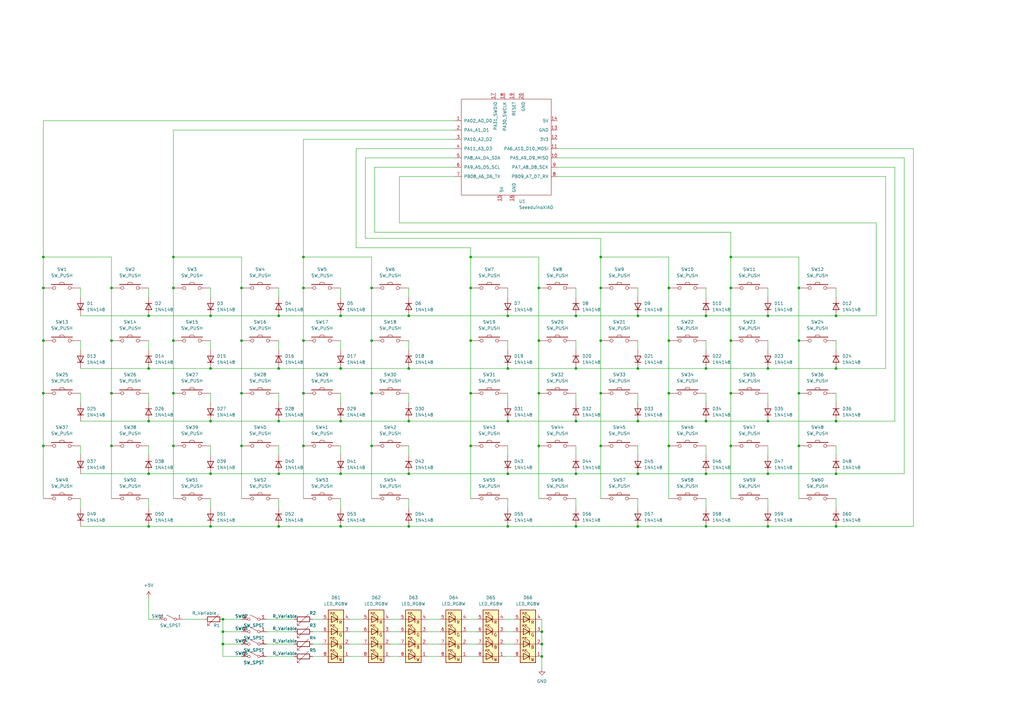
<source format=kicad_sch>
(kicad_sch (version 20211123) (generator eeschema)
  (paper "A3")
  (junction (at 60.96 172.72))
  (junction (at 222.25 269.24))
  (junction (at 208.28 172.72))
  (junction (at 208.28 215.9))
  (junction (at 208.28 129.54))
  (junction (at 99.06 118.11))
  (junction (at 246.38 182.88))
  (junction (at 86.36 194.31))
  (junction (at 220.98 139.7))
  (junction (at 246.38 105.41))
  (junction (at 342.9 172.72))
  (junction (at 342.9 194.31))
  (junction (at 261.62 215.9))
  (junction (at 208.28 151.13))
  (junction (at 327.66 118.11))
  (junction (at 236.22 194.31))
  (junction (at 289.56 194.31))
  (junction (at 152.4 118.11))
  (junction (at 139.7 215.9))
  (junction (at 152.4 139.7))
  (junction (at 124.46 105.41))
  (junction (at 236.22 215.9))
  (junction (at 314.96 194.31))
  (junction (at 289.56 151.13))
  (junction (at 139.7 151.13))
  (junction (at 91.44 254))
  (junction (at 114.3 172.72))
  (junction (at 71.12 182.88))
  (junction (at 114.3 129.54))
  (junction (at 342.9 129.54))
  (junction (at 17.78 105.41))
  (junction (at 222.25 264.16))
  (junction (at 236.22 129.54))
  (junction (at 99.06 139.7))
  (junction (at 91.44 264.16))
  (junction (at 124.46 161.29))
  (junction (at 193.04 105.41))
  (junction (at 86.36 215.9))
  (junction (at 114.3 194.31))
  (junction (at 299.72 139.7))
  (junction (at 99.06 161.29))
  (junction (at 60.96 194.31))
  (junction (at 45.72 161.29))
  (junction (at 299.72 182.88))
  (junction (at 236.22 172.72))
  (junction (at 314.96 129.54))
  (junction (at 60.96 215.9))
  (junction (at 139.7 172.72))
  (junction (at 139.7 194.31))
  (junction (at 17.78 182.88))
  (junction (at 261.62 151.13))
  (junction (at 289.56 215.9))
  (junction (at 193.04 161.29))
  (junction (at 314.96 172.72))
  (junction (at 152.4 182.88))
  (junction (at 299.72 161.29))
  (junction (at 71.12 105.41))
  (junction (at 299.72 105.41))
  (junction (at 167.64 215.9))
  (junction (at 17.78 139.7))
  (junction (at 193.04 139.7))
  (junction (at 274.32 182.88))
  (junction (at 114.3 215.9))
  (junction (at 167.64 194.31))
  (junction (at 236.22 151.13))
  (junction (at 342.9 151.13))
  (junction (at 220.98 161.29))
  (junction (at 71.12 139.7))
  (junction (at 327.66 161.29))
  (junction (at 86.36 151.13))
  (junction (at 208.28 194.31))
  (junction (at 124.46 118.11))
  (junction (at 261.62 172.72))
  (junction (at 222.25 259.08))
  (junction (at 91.44 259.08))
  (junction (at 246.38 118.11))
  (junction (at 327.66 182.88))
  (junction (at 261.62 194.31))
  (junction (at 220.98 118.11))
  (junction (at 193.04 118.11))
  (junction (at 45.72 139.7))
  (junction (at 114.3 151.13))
  (junction (at 261.62 129.54))
  (junction (at 45.72 182.88))
  (junction (at 289.56 129.54))
  (junction (at 274.32 161.29))
  (junction (at 167.64 172.72))
  (junction (at 314.96 215.9))
  (junction (at 246.38 161.29))
  (junction (at 71.12 118.11))
  (junction (at 99.06 182.88))
  (junction (at 71.12 161.29))
  (junction (at 139.7 129.54))
  (junction (at 220.98 182.88))
  (junction (at 17.78 118.11))
  (junction (at 86.36 172.72))
  (junction (at 152.4 161.29))
  (junction (at 60.96 151.13))
  (junction (at 274.32 118.11))
  (junction (at 327.66 139.7))
  (junction (at 299.72 118.11))
  (junction (at 86.36 129.54))
  (junction (at 289.56 172.72))
  (junction (at 167.64 129.54))
  (junction (at 124.46 182.88))
  (junction (at 314.96 151.13))
  (junction (at 167.64 151.13))
  (junction (at 193.04 182.88))
  (junction (at 124.46 139.7))
  (junction (at 274.32 139.7))
  (junction (at 246.38 139.7))
  (junction (at 17.78 161.29))
  (junction (at 342.9 215.9))
  (junction (at 45.72 118.11))
  (junction (at 60.96 129.54))
  (wire (pts (xy 342.9 194.31) (xy 370.84 194.31)))
  (wire (pts (xy 289.56 129.54) (xy 314.96 129.54)))
  (wire (pts (xy 314.96 172.72) (xy 342.9 172.72)))
  (wire (pts (xy 342.9 161.29) (xy 342.9 165.1)))
  (wire (pts (xy 175.26 269.24) (xy 180.34 269.24)))
  (wire (pts (xy 99.06 118.11) (xy 99.06 105.41)))
  (wire (pts (xy 167.64 129.54) (xy 208.28 129.54)))
  (wire (pts (xy 261.62 194.31) (xy 289.56 194.31)))
  (wire (pts (xy 139.7 161.29) (xy 139.7 165.1)))
  (wire (pts (xy 149.86 97.79) (xy 246.38 97.79)))
  (wire (pts (xy 60.96 182.88) (xy 60.96 186.69)))
  (wire (pts (xy 261.62 161.29) (xy 261.62 165.1)))
  (wire (pts (xy 33.02 172.72) (xy 60.96 172.72)))
  (wire (pts (xy 114.3 215.9) (xy 139.7 215.9)))
  (wire (pts (xy 99.06 161.29) (xy 99.06 182.88)))
  (wire (pts (xy 120.65 269.24) (xy 109.22 269.24)))
  (wire (pts (xy 246.38 118.11) (xy 246.38 139.7)))
  (wire (pts (xy 236.22 204.47) (xy 236.22 208.28)))
  (wire (pts (xy 327.66 105.41) (xy 299.72 105.41)))
  (wire (pts (xy 314.96 118.11) (xy 314.96 121.92)))
  (wire (pts (xy 193.04 105.41) (xy 193.04 118.11)))
  (wire (pts (xy 220.98 139.7) (xy 220.98 161.29)))
  (wire (pts (xy 86.36 182.88) (xy 86.36 186.69)))
  (wire (pts (xy 193.04 118.11) (xy 193.04 139.7)))
  (wire (pts (xy 146.05 60.96) (xy 186.69 60.96)))
  (wire (pts (xy 143.51 259.08) (xy 148.59 259.08)))
  (wire (pts (xy 120.65 264.16) (xy 109.22 264.16)))
  (wire (pts (xy 153.67 95.25) (xy 153.67 68.58)))
  (wire (pts (xy 124.46 139.7) (xy 124.46 161.29)))
  (wire (pts (xy 246.38 105.41) (xy 246.38 118.11)))
  (wire (pts (xy 114.3 129.54) (xy 139.7 129.54)))
  (wire (pts (xy 71.12 118.11) (xy 71.12 139.7)))
  (wire (pts (xy 152.4 118.11) (xy 152.4 105.41)))
  (wire (pts (xy 236.22 118.11) (xy 236.22 121.92)))
  (wire (pts (xy 99.06 182.88) (xy 99.06 204.47)))
  (wire (pts (xy 314.96 182.88) (xy 314.96 186.69)))
  (wire (pts (xy 99.06 259.08) (xy 91.44 259.08)))
  (wire (pts (xy 370.84 64.77) (xy 370.84 194.31)))
  (wire (pts (xy 327.66 118.11) (xy 327.66 105.41)))
  (wire (pts (xy 246.38 182.88) (xy 246.38 204.47)))
  (wire (pts (xy 86.36 139.7) (xy 86.36 143.51)))
  (wire (pts (xy 114.3 151.13) (xy 139.7 151.13)))
  (wire (pts (xy 33.02 118.11) (xy 33.02 121.92)))
  (wire (pts (xy 152.4 182.88) (xy 152.4 204.47)))
  (wire (pts (xy 152.4 118.11) (xy 152.4 139.7)))
  (wire (pts (xy 374.65 60.96) (xy 374.65 215.9)))
  (wire (pts (xy 160.02 259.08) (xy 163.83 259.08)))
  (wire (pts (xy 208.28 204.47) (xy 208.28 208.28)))
  (wire (pts (xy 314.96 151.13) (xy 342.9 151.13)))
  (wire (pts (xy 160.02 269.24) (xy 163.83 269.24)))
  (wire (pts (xy 86.36 194.31) (xy 114.3 194.31)))
  (wire (pts (xy 314.96 204.47) (xy 314.96 208.28)))
  (wire (pts (xy 193.04 182.88) (xy 193.04 204.47)))
  (wire (pts (xy 314.96 129.54) (xy 342.9 129.54)))
  (wire (pts (xy 99.06 264.16) (xy 91.44 264.16)))
  (wire (pts (xy 71.12 182.88) (xy 71.12 204.47)))
  (wire (pts (xy 220.98 118.11) (xy 220.98 139.7)))
  (wire (pts (xy 124.46 105.41) (xy 124.46 118.11)))
  (wire (pts (xy 124.46 161.29) (xy 124.46 182.88)))
  (wire (pts (xy 45.72 118.11) (xy 45.72 139.7)))
  (wire (pts (xy 124.46 105.41) (xy 124.46 57.15)))
  (wire (pts (xy 299.72 118.11) (xy 299.72 139.7)))
  (wire (pts (xy 71.12 105.41) (xy 71.12 118.11)))
  (wire (pts (xy 208.28 182.88) (xy 208.28 186.69)))
  (wire (pts (xy 139.7 182.88) (xy 139.7 186.69)))
  (wire (pts (xy 33.02 182.88) (xy 33.02 186.69)))
  (wire (pts (xy 86.36 215.9) (xy 114.3 215.9)))
  (wire (pts (xy 342.9 182.88) (xy 342.9 186.69)))
  (wire (pts (xy 374.65 215.9) (xy 342.9 215.9)))
  (wire (pts (xy 314.96 161.29) (xy 314.96 165.1)))
  (wire (pts (xy 114.3 172.72) (xy 139.7 172.72)))
  (wire (pts (xy 342.9 204.47) (xy 342.9 208.28)))
  (wire (pts (xy 60.96 118.11) (xy 60.96 121.92)))
  (wire (pts (xy 314.96 194.31) (xy 342.9 194.31)))
  (wire (pts (xy 236.22 139.7) (xy 236.22 143.51)))
  (wire (pts (xy 342.9 139.7) (xy 342.9 143.51)))
  (wire (pts (xy 327.66 182.88) (xy 327.66 204.47)))
  (wire (pts (xy 60.96 139.7) (xy 60.96 143.51)))
  (wire (pts (xy 246.38 97.79) (xy 246.38 105.41)))
  (wire (pts (xy 289.56 215.9) (xy 314.96 215.9)))
  (wire (pts (xy 60.96 151.13) (xy 86.36 151.13)))
  (wire (pts (xy 167.64 215.9) (xy 208.28 215.9)))
  (wire (pts (xy 236.22 172.72) (xy 261.62 172.72)))
  (wire (pts (xy 86.36 204.47) (xy 86.36 208.28)))
  (wire (pts (xy 207.01 259.08) (xy 210.82 259.08)))
  (wire (pts (xy 124.46 182.88) (xy 124.46 204.47)))
  (wire (pts (xy 314.96 139.7) (xy 314.96 143.51)))
  (wire (pts (xy 83.82 254) (xy 74.93 254)))
  (wire (pts (xy 17.78 161.29) (xy 17.78 182.88)))
  (wire (pts (xy 274.32 139.7) (xy 274.32 161.29)))
  (wire (pts (xy 114.3 204.47) (xy 114.3 208.28)))
  (wire (pts (xy 33.02 215.9) (xy 60.96 215.9)))
  (wire (pts (xy 152.4 139.7) (xy 152.4 161.29)))
  (wire (pts (xy 191.77 269.24) (xy 195.58 269.24)))
  (wire (pts (xy 33.02 129.54) (xy 60.96 129.54)))
  (wire (pts (xy 153.67 68.58) (xy 186.69 68.58)))
  (wire (pts (xy 193.04 161.29) (xy 193.04 182.88)))
  (wire (pts (xy 163.83 72.39) (xy 163.83 91.44)))
  (wire (pts (xy 33.02 204.47) (xy 33.02 208.28)))
  (wire (pts (xy 17.78 139.7) (xy 17.78 161.29)))
  (wire (pts (xy 71.12 53.34) (xy 186.69 53.34)))
  (wire (pts (xy 289.56 161.29) (xy 289.56 165.1)))
  (wire (pts (xy 132.08 269.24) (xy 128.27 269.24)))
  (wire (pts (xy 175.26 264.16) (xy 180.34 264.16)))
  (wire (pts (xy 167.64 182.88) (xy 167.64 186.69)))
  (wire (pts (xy 191.77 254) (xy 195.58 254)))
  (wire (pts (xy 71.12 105.41) (xy 71.12 53.34)))
  (wire (pts (xy 60.96 204.47) (xy 60.96 208.28)))
  (wire (pts (xy 99.06 254) (xy 91.44 254)))
  (wire (pts (xy 114.3 139.7) (xy 114.3 143.51)))
  (wire (pts (xy 367.03 172.72) (xy 342.9 172.72)))
  (wire (pts (xy 207.01 269.24) (xy 210.82 269.24)))
  (wire (pts (xy 186.69 64.77) (xy 149.86 64.77)))
  (wire (pts (xy 17.78 182.88) (xy 17.78 204.47)))
  (wire (pts (xy 99.06 105.41) (xy 71.12 105.41)))
  (wire (pts (xy 191.77 264.16) (xy 195.58 264.16)))
  (wire (pts (xy 359.41 91.44) (xy 359.41 129.54)))
  (wire (pts (xy 228.6 72.39) (xy 363.22 72.39)))
  (wire (pts (xy 167.64 139.7) (xy 167.64 143.51)))
  (wire (pts (xy 208.28 194.31) (xy 236.22 194.31)))
  (wire (pts (xy 236.22 129.54) (xy 261.62 129.54)))
  (wire (pts (xy 191.77 259.08) (xy 195.58 259.08)))
  (wire (pts (xy 139.7 129.54) (xy 167.64 129.54)))
  (wire (pts (xy 289.56 204.47) (xy 289.56 208.28)))
  (wire (pts (xy 91.44 269.24) (xy 91.44 264.16)))
  (wire (pts (xy 17.78 49.53) (xy 17.78 105.41)))
  (wire (pts (xy 64.77 254) (xy 60.96 254)))
  (wire (pts (xy 114.3 182.88) (xy 114.3 186.69)))
  (wire (pts (xy 45.72 118.11) (xy 45.72 105.41)))
  (wire (pts (xy 45.72 161.29) (xy 45.72 182.88)))
  (wire (pts (xy 246.38 139.7) (xy 246.38 161.29)))
  (wire (pts (xy 193.04 139.7) (xy 193.04 161.29)))
  (wire (pts (xy 220.98 161.29) (xy 220.98 182.88)))
  (wire (pts (xy 236.22 215.9) (xy 261.62 215.9)))
  (wire (pts (xy 208.28 139.7) (xy 208.28 143.51)))
  (wire (pts (xy 208.28 215.9) (xy 236.22 215.9)))
  (wire (pts (xy 236.22 151.13) (xy 261.62 151.13)))
  (wire (pts (xy 261.62 182.88) (xy 261.62 186.69)))
  (wire (pts (xy 132.08 264.16) (xy 128.27 264.16)))
  (wire (pts (xy 139.7 194.31) (xy 167.64 194.31)))
  (wire (pts (xy 222.25 254) (xy 222.25 259.08)))
  (wire (pts (xy 114.3 118.11) (xy 114.3 121.92)))
  (wire (pts (xy 71.12 161.29) (xy 71.12 182.88)))
  (wire (pts (xy 274.32 118.11) (xy 274.32 105.41)))
  (wire (pts (xy 289.56 118.11) (xy 289.56 121.92)))
  (wire (pts (xy 289.56 172.72) (xy 314.96 172.72)))
  (wire (pts (xy 299.72 95.25) (xy 299.72 105.41)))
  (wire (pts (xy 60.96 245.11) (xy 60.96 254)))
  (wire (pts (xy 132.08 254) (xy 128.27 254)))
  (wire (pts (xy 86.36 129.54) (xy 114.3 129.54)))
  (wire (pts (xy 139.7 172.72) (xy 167.64 172.72)))
  (wire (pts (xy 139.7 204.47) (xy 139.7 208.28)))
  (wire (pts (xy 33.02 161.29) (xy 33.02 165.1)))
  (wire (pts (xy 17.78 105.41) (xy 17.78 118.11)))
  (wire (pts (xy 222.25 264.16) (xy 222.25 269.24)))
  (wire (pts (xy 186.69 72.39) (xy 163.83 72.39)))
  (wire (pts (xy 45.72 105.41) (xy 17.78 105.41)))
  (wire (pts (xy 289.56 194.31) (xy 314.96 194.31)))
  (wire (pts (xy 261.62 129.54) (xy 289.56 129.54)))
  (wire (pts (xy 120.65 259.08) (xy 109.22 259.08)))
  (wire (pts (xy 71.12 139.7) (xy 71.12 161.29)))
  (wire (pts (xy 33.02 139.7) (xy 33.02 143.51)))
  (wire (pts (xy 33.02 151.13) (xy 60.96 151.13)))
  (wire (pts (xy 99.06 139.7) (xy 99.06 161.29)))
  (wire (pts (xy 274.32 182.88) (xy 274.32 204.47)))
  (wire (pts (xy 120.65 254) (xy 109.22 254)))
  (wire (pts (xy 45.72 182.88) (xy 45.72 204.47)))
  (wire (pts (xy 114.3 194.31) (xy 139.7 194.31)))
  (wire (pts (xy 261.62 151.13) (xy 289.56 151.13)))
  (wire (pts (xy 60.96 215.9) (xy 86.36 215.9)))
  (wire (pts (xy 367.03 68.58) (xy 367.03 172.72)))
  (wire (pts (xy 208.28 118.11) (xy 208.28 121.92)))
  (wire (pts (xy 60.96 129.54) (xy 86.36 129.54)))
  (wire (pts (xy 359.41 129.54) (xy 342.9 129.54)))
  (wire (pts (xy 274.32 161.29) (xy 274.32 182.88)))
  (wire (pts (xy 289.56 182.88) (xy 289.56 186.69)))
  (wire (pts (xy 228.6 60.96) (xy 374.65 60.96)))
  (wire (pts (xy 160.02 254) (xy 163.83 254)))
  (wire (pts (xy 363.22 72.39) (xy 363.22 151.13)))
  (wire (pts (xy 289.56 139.7) (xy 289.56 143.51)))
  (wire (pts (xy 299.72 105.41) (xy 299.72 118.11)))
  (wire (pts (xy 91.44 254) (xy 91.44 259.08)))
  (wire (pts (xy 114.3 161.29) (xy 114.3 165.1)))
  (wire (pts (xy 143.51 264.16) (xy 148.59 264.16)))
  (wire (pts (xy 186.69 49.53) (xy 17.78 49.53)))
  (wire (pts (xy 149.86 64.77) (xy 149.86 97.79)))
  (wire (pts (xy 220.98 182.88) (xy 220.98 204.47)))
  (wire (pts (xy 327.66 139.7) (xy 327.66 161.29)))
  (wire (pts (xy 139.7 118.11) (xy 139.7 121.92)))
  (wire (pts (xy 208.28 172.72) (xy 236.22 172.72)))
  (wire (pts (xy 208.28 161.29) (xy 208.28 165.1)))
  (wire (pts (xy 139.7 215.9) (xy 167.64 215.9)))
  (wire (pts (xy 207.01 264.16) (xy 210.82 264.16)))
  (wire (pts (xy 86.36 118.11) (xy 86.36 121.92)))
  (wire (pts (xy 167.64 204.47) (xy 167.64 208.28)))
  (wire (pts (xy 327.66 118.11) (xy 327.66 139.7)))
  (wire (pts (xy 261.62 204.47) (xy 261.62 208.28)))
  (wire (pts (xy 45.72 139.7) (xy 45.72 161.29)))
  (wire (pts (xy 222.25 269.24) (xy 222.25 274.32)))
  (wire (pts (xy 261.62 118.11) (xy 261.62 121.92)))
  (wire (pts (xy 175.26 254) (xy 180.34 254)))
  (wire (pts (xy 160.02 264.16) (xy 163.83 264.16)))
  (wire (pts (xy 299.72 182.88) (xy 299.72 204.47)))
  (wire (pts (xy 246.38 161.29) (xy 246.38 182.88)))
  (wire (pts (xy 299.72 95.25) (xy 153.67 95.25)))
  (wire (pts (xy 60.96 161.29) (xy 60.96 165.1)))
  (wire (pts (xy 175.26 259.08) (xy 180.34 259.08)))
  (wire (pts (xy 299.72 161.29) (xy 299.72 182.88)))
  (wire (pts (xy 139.7 151.13) (xy 167.64 151.13)))
  (wire (pts (xy 222.25 259.08) (xy 222.25 264.16)))
  (wire (pts (xy 261.62 172.72) (xy 289.56 172.72)))
  (wire (pts (xy 220.98 118.11) (xy 220.98 105.41)))
  (wire (pts (xy 152.4 105.41) (xy 124.46 105.41)))
  (wire (pts (xy 99.06 118.11) (xy 99.06 139.7)))
  (wire (pts (xy 167.64 161.29) (xy 167.64 165.1)))
  (wire (pts (xy 193.04 101.6) (xy 146.05 101.6)))
  (wire (pts (xy 99.06 269.24) (xy 91.44 269.24)))
  (wire (pts (xy 327.66 161.29) (xy 327.66 182.88)))
  (wire (pts (xy 167.64 118.11) (xy 167.64 121.92)))
  (wire (pts (xy 167.64 151.13) (xy 208.28 151.13)))
  (wire (pts (xy 289.56 151.13) (xy 314.96 151.13)))
  (wire (pts (xy 86.36 151.13) (xy 114.3 151.13)))
  (wire (pts (xy 228.6 68.58) (xy 367.03 68.58)))
  (wire (pts (xy 163.83 91.44) (xy 359.41 91.44)))
  (wire (pts (xy 60.96 172.72) (xy 86.36 172.72)))
  (wire (pts (xy 261.62 139.7) (xy 261.62 143.51)))
  (wire (pts (xy 91.44 259.08) (xy 91.44 264.16)))
  (wire (pts (xy 86.36 161.29) (xy 86.36 165.1)))
  (wire (pts (xy 139.7 139.7) (xy 139.7 143.51)))
  (wire (pts (xy 363.22 151.13) (xy 342.9 151.13)))
  (wire (pts (xy 124.46 57.15) (xy 186.69 57.15)))
  (wire (pts (xy 167.64 172.72) (xy 208.28 172.72)))
  (wire (pts (xy 146.05 101.6) (xy 146.05 60.96)))
  (wire (pts (xy 193.04 105.41) (xy 193.04 101.6)))
  (wire (pts (xy 33.02 194.31) (xy 60.96 194.31)))
  (wire (pts (xy 17.78 118.11) (xy 17.78 139.7)))
  (wire (pts (xy 274.32 105.41) (xy 246.38 105.41)))
  (wire (pts (xy 60.96 194.31) (xy 86.36 194.31)))
  (wire (pts (xy 143.51 254) (xy 148.59 254)))
  (wire (pts (xy 167.64 194.31) (xy 208.28 194.31)))
  (wire (pts (xy 208.28 151.13) (xy 236.22 151.13)))
  (wire (pts (xy 342.9 118.11) (xy 342.9 121.92)))
  (wire (pts (xy 261.62 215.9) (xy 289.56 215.9)))
  (wire (pts (xy 314.96 215.9) (xy 342.9 215.9)))
  (wire (pts (xy 228.6 64.77) (xy 370.84 64.77)))
  (wire (pts (xy 86.36 172.72) (xy 114.3 172.72)))
  (wire (pts (xy 208.28 129.54) (xy 236.22 129.54)))
  (wire (pts (xy 143.51 269.24) (xy 148.59 269.24)))
  (wire (pts (xy 236.22 182.88) (xy 236.22 186.69)))
  (wire (pts (xy 299.72 139.7) (xy 299.72 161.29)))
  (wire (pts (xy 220.98 105.41) (xy 193.04 105.41)))
  (wire (pts (xy 274.32 118.11) (xy 274.32 139.7)))
  (wire (pts (xy 124.46 118.11) (xy 124.46 139.7)))
  (wire (pts (xy 152.4 161.29) (xy 152.4 182.88)))
  (wire (pts (xy 236.22 194.31) (xy 261.62 194.31)))
  (wire (pts (xy 207.01 254) (xy 210.82 254)))
  (wire (pts (xy 236.22 161.29) (xy 236.22 165.1)))
  (wire (pts (xy 132.08 259.08) (xy 128.27 259.08)))
  (symbol (lib_id "Diode:1N4148") (at 33.02 168.91 90) (unit 1)
    (property "Reference" "D25" (at 35.56 167.6399 90) (effects (justify right)))
    (property "Value" "1N4148" (at 35.56 170.1799 90) (effects (justify right)))
    (property "Footprint" "Diode_THT:D_DO-35_SOD27_P7.62mm_Horizontal" (effects hide))
    (property "Datasheet" "https://assets.nexperia.com/documents/data-sheet/1N4148_1N4448.pdf" (effects hide))
  )
  (symbol (lib_id "kbd:SW_PUSH") (at 160.02 118.11 0) (unit 1)
    (property "Reference" "SW6" (at 160.02 110.49 0))
    (property "Value" "SW_PUSH" (at 160.02 113.03 0))
    (property "Footprint" "Keebio-Parts:MX-Alps-Choc-1U-NoLED" (effects hide))
  )
  (symbol (lib_id "kbd:SW_PUSH") (at 281.94 139.7 0) (unit 1)
    (property "Reference" "SW22" (at 281.94 132.08 0))
    (property "Value" "SW_PUSH" (at 281.94 134.62 0))
    (property "Footprint" "Keebio-Parts:MX-Alps-Choc-1U-NoLED" (effects hide))
  )
  (symbol (lib_id "kbd:SW_PUSH") (at 53.34 118.11 0) (unit 1)
    (property "Reference" "SW2" (at 53.34 110.49 0))
    (property "Value" "SW_PUSH" (at 53.34 113.03 0))
    (property "Footprint" "Keebio-Parts:MX-Alps-Choc-1U-NoLED" (effects hide))
  )
  (symbol (lib_id "Diode:1N4148") (at 208.28 212.09 90) (unit 1)
    (property "Reference" "D55" (at 210.82 210.8199 90) (effects (justify right)))
    (property "Value" "1N4148" (at 210.82 213.3599 90) (effects (justify right)))
    (property "Footprint" "Diode_THT:D_DO-35_SOD27_P7.62mm_Horizontal" (effects hide))
    (property "Datasheet" "https://assets.nexperia.com/documents/data-sheet/1N4148_1N4448.pdf" (effects hide))
  )
  (symbol (lib_id "kbd:SW_PUSH") (at 228.6 161.29 0) (unit 1)
    (property "Reference" "SW32" (at 228.6 153.67 0))
    (property "Value" "SW_PUSH" (at 228.6 156.21 0))
    (property "Footprint" "Keebio-Parts:MX-Alps-Choc-1U-NoLED" (effects hide))
  )
  (symbol (lib_id "Diode:1N4148") (at 261.62 125.73 90) (unit 1)
    (property "Reference" "D9" (at 264.16 124.4599 90) (effects (justify right)))
    (property "Value" "1N4148" (at 264.16 126.9999 90) (effects (justify right)))
    (property "Footprint" "Diode_THT:D_DO-35_SOD27_P7.62mm_Horizontal" (effects hide))
    (property "Datasheet" "https://assets.nexperia.com/documents/data-sheet/1N4148_1N4448.pdf" (effects hide))
  )
  (symbol (lib_id "Diode:1N4148") (at 60.96 190.5 270) (unit 1)
    (property "Reference" "D38" (at 63.5 189.2299 90) (effects (justify left)))
    (property "Value" "1N4148" (at 63.5 191.7699 90) (effects (justify left)))
    (property "Footprint" "Diode_THT:D_DO-35_SOD27_P7.62mm_Horizontal" (effects hide))
    (property "Datasheet" "https://assets.nexperia.com/documents/data-sheet/1N4148_1N4448.pdf" (effects hide))
  )
  (symbol (lib_id "kbd:SW_PUSH") (at 78.74 139.7 0) (unit 1)
    (property "Reference" "SW15" (at 78.74 132.08 0))
    (property "Value" "SW_PUSH" (at 78.74 134.62 0))
    (property "Footprint" "Keebio-Parts:MX-Alps-Choc-1U-NoLED" (effects hide))
  )
  (symbol (lib_id "kbd:SW_PUSH") (at 228.6 118.11 0) (unit 1)
    (property "Reference" "SW8" (at 228.6 110.49 0))
    (property "Value" "SW_PUSH" (at 228.6 113.03 0))
    (property "Footprint" "Keebio-Parts:MX-Alps-Choc-1U-NoLED" (effects hide))
  )
  (symbol (lib_id "kbd:SW_PUSH") (at 160.02 161.29 0) (unit 1)
    (property "Reference" "SW30" (at 160.02 153.67 0))
    (property "Value" "SW_PUSH" (at 160.02 156.21 0))
    (property "Footprint" "Keebio-Parts:MX-Alps-Choc-1U-NoLED" (effects hide))
  )
  (symbol (lib_id "Diode:1N4148") (at 139.7 190.5 90) (unit 1)
    (property "Reference" "D41" (at 142.24 189.2299 90) (effects (justify right)))
    (property "Value" "1N4148" (at 142.24 191.7699 90) (effects (justify right)))
    (property "Footprint" "Diode_THT:D_DO-35_SOD27_P7.62mm_Horizontal" (effects hide))
    (property "Datasheet" "https://assets.nexperia.com/documents/data-sheet/1N4148_1N4448.pdf" (effects hide))
  )
  (symbol (lib_id "qwelyt:LED_RGBW") (at 153.67 250.19 0) (mirror y) (unit 1)
    (property "Reference" "D62" (at 154.305 245.11 0))
    (property "Value" "LED_RGBW" (at 154.305 247.65 0))
    (property "Footprint" "qwelyt:LED_RGBW_SMD_5050" (effects hide))
  )
  (symbol (lib_id "kbd:SW_PUSH") (at 106.68 204.47 0) (unit 1)
    (property "Reference" "SW52" (at 106.68 196.85 0))
    (property "Value" "SW_PUSH" (at 106.68 199.39 0))
    (property "Footprint" "Keebio-Parts:MX-Alps-Choc-1U-NoLED" (effects hide))
  )
  (symbol (lib_id "kbd:SW_PUSH") (at 25.4 161.29 0) (unit 1)
    (property "Reference" "SW25" (at 25.4 153.67 0))
    (property "Value" "SW_PUSH" (at 25.4 156.21 0))
    (property "Footprint" "Keebio-Parts:MX-Alps-Choc-1U-NoLED" (effects hide))
  )
  (symbol (lib_id "Diode:1N4148") (at 167.64 168.91 270) (unit 1)
    (property "Reference" "D30" (at 170.18 167.6399 90) (effects (justify left)))
    (property "Value" "1N4148" (at 170.18 170.1799 90) (effects (justify left)))
    (property "Footprint" "Diode_THT:D_DO-35_SOD27_P7.62mm_Horizontal" (effects hide))
    (property "Datasheet" "https://assets.nexperia.com/documents/data-sheet/1N4148_1N4448.pdf" (effects hide))
  )
  (symbol (lib_id "Diode:1N4148") (at 289.56 212.09 270) (unit 1)
    (property "Reference" "D58" (at 292.1 210.8199 90) (effects (justify left)))
    (property "Value" "1N4148" (at 292.1 213.3599 90) (effects (justify left)))
    (property "Footprint" "Diode_THT:D_DO-35_SOD27_P7.62mm_Horizontal" (effects hide))
    (property "Datasheet" "https://assets.nexperia.com/documents/data-sheet/1N4148_1N4448.pdf" (effects hide))
  )
  (symbol (lib_id "Diode:1N4148") (at 167.64 212.09 270) (unit 1)
    (property "Reference" "D54" (at 170.18 210.8199 90) (effects (justify left)))
    (property "Value" "1N4148" (at 170.18 213.3599 90) (effects (justify left)))
    (property "Footprint" "Diode_THT:D_DO-35_SOD27_P7.62mm_Horizontal" (effects hide))
    (property "Datasheet" "https://assets.nexperia.com/documents/data-sheet/1N4148_1N4448.pdf" (effects hide))
  )
  (symbol (lib_id "Diode:1N4148") (at 86.36 147.32 90) (unit 1)
    (property "Reference" "D15" (at 88.9 146.0499 90) (effects (justify right)))
    (property "Value" "1N4148" (at 88.9 148.5899 90) (effects (justify right)))
    (property "Footprint" "Diode_THT:D_DO-35_SOD27_P7.62mm_Horizontal" (effects hide))
    (property "Datasheet" "https://assets.nexperia.com/documents/data-sheet/1N4148_1N4448.pdf" (effects hide))
  )
  (symbol (lib_id "Diode:1N4148") (at 314.96 190.5 90) (unit 1)
    (property "Reference" "D47" (at 317.5 189.2299 90) (effects (justify right)))
    (property "Value" "1N4148" (at 317.5 191.7699 90) (effects (justify right)))
    (property "Footprint" "Diode_THT:D_DO-35_SOD27_P7.62mm_Horizontal" (effects hide))
    (property "Datasheet" "https://assets.nexperia.com/documents/data-sheet/1N4148_1N4448.pdf" (effects hide))
  )
  (symbol (lib_id "power:+5V") (at 60.96 245.11 0) (mirror y) (unit 1)
    (property "Reference" "#PWR01" (effects hide))
    (property "Value" "+5V" (at 60.96 240.03 0))
  )
  (symbol (lib_id "kbd:SW_PUSH") (at 132.08 118.11 0) (unit 1)
    (property "Reference" "SW5" (at 132.08 110.49 0))
    (property "Value" "SW_PUSH" (at 132.08 113.03 0))
    (property "Footprint" "Keebio-Parts:MX-Alps-Choc-1U-NoLED" (effects hide))
  )
  (symbol (lib_id "Diode:1N4148") (at 139.7 125.73 90) (unit 1)
    (property "Reference" "D5" (at 142.24 124.4599 90) (effects (justify right)))
    (property "Value" "1N4148" (at 142.24 126.9999 90) (effects (justify right)))
    (property "Footprint" "Diode_THT:D_DO-35_SOD27_P7.62mm_Horizontal" (effects hide))
    (property "Datasheet" "https://assets.nexperia.com/documents/data-sheet/1N4148_1N4448.pdf" (effects hide))
  )
  (symbol (lib_id "Diode:1N4148") (at 342.9 190.5 270) (unit 1)
    (property "Reference" "D48" (at 345.44 189.2299 90) (effects (justify left)))
    (property "Value" "1N4148" (at 345.44 191.7699 90) (effects (justify left)))
    (property "Footprint" "Diode_THT:D_DO-35_SOD27_P7.62mm_Horizontal" (effects hide))
    (property "Datasheet" "https://assets.nexperia.com/documents/data-sheet/1N4148_1N4448.pdf" (effects hide))
  )
  (symbol (lib_id "kbd:SW_PUSH") (at 307.34 118.11 0) (unit 1)
    (property "Reference" "SW11" (at 307.34 110.49 0))
    (property "Value" "SW_PUSH" (at 307.34 113.03 0))
    (property "Footprint" "Keebio-Parts:MX-Alps-Choc-1U-NoLED" (effects hide))
  )
  (symbol (lib_id "Diode:1N4148") (at 86.36 190.5 90) (unit 1)
    (property "Reference" "D39" (at 88.9 189.2299 90) (effects (justify right)))
    (property "Value" "1N4148" (at 88.9 191.7699 90) (effects (justify right)))
    (property "Footprint" "Diode_THT:D_DO-35_SOD27_P7.62mm_Horizontal" (effects hide))
    (property "Datasheet" "https://assets.nexperia.com/documents/data-sheet/1N4148_1N4448.pdf" (effects hide))
  )
  (symbol (lib_id "Switch:SW_SPST") (at 104.14 254 0) (mirror y) (unit 1)
    (property "Reference" "SW62" (at 99.06 252.73 0))
    (property "Value" "SW_SPST" (at 104.14 256.54 0))
    (property "Footprint" "Keebio-Parts:SW_SPST_TL3342" (effects hide))
  )
  (symbol (lib_id "kbd:SW_PUSH") (at 254 118.11 0) (unit 1)
    (property "Reference" "SW9" (at 254 110.49 0))
    (property "Value" "SW_PUSH" (at 254 113.03 0))
    (property "Footprint" "Keebio-Parts:MX-Alps-Choc-1U-NoLED" (effects hide))
  )
  (symbol (lib_id "Diode:1N4148") (at 261.62 168.91 90) (unit 1)
    (property "Reference" "D33" (at 264.16 167.6399 90) (effects (justify right)))
    (property "Value" "1N4148" (at 264.16 170.1799 90) (effects (justify right)))
    (property "Footprint" "Diode_THT:D_DO-35_SOD27_P7.62mm_Horizontal" (effects hide))
    (property "Datasheet" "https://assets.nexperia.com/documents/data-sheet/1N4148_1N4448.pdf" (effects hide))
  )
  (symbol (lib_id "kbd:SW_PUSH") (at 53.34 182.88 0) (unit 1)
    (property "Reference" "SW38" (at 53.34 175.26 0))
    (property "Value" "SW_PUSH" (at 53.34 177.8 0))
    (property "Footprint" "Keebio-Parts:MX-Alps-Choc-1U-NoLED" (effects hide))
  )
  (symbol (lib_id "Diode:1N4148") (at 289.56 147.32 270) (unit 1)
    (property "Reference" "D22" (at 292.1 146.0499 90) (effects (justify left)))
    (property "Value" "1N4148" (at 292.1 148.5899 90) (effects (justify left)))
    (property "Footprint" "Diode_THT:D_DO-35_SOD27_P7.62mm_Horizontal" (effects hide))
    (property "Datasheet" "https://assets.nexperia.com/documents/data-sheet/1N4148_1N4448.pdf" (effects hide))
  )
  (symbol (lib_id "kbd:SW_PUSH") (at 307.34 139.7 0) (unit 1)
    (property "Reference" "SW23" (at 307.34 132.08 0))
    (property "Value" "SW_PUSH" (at 307.34 134.62 0))
    (property "Footprint" "Keebio-Parts:MX-Alps-Choc-1U-NoLED" (effects hide))
  )
  (symbol (lib_id "power:GND") (at 222.25 274.32 0) (mirror y) (unit 1)
    (property "Reference" "#PWR02" (effects hide))
    (property "Value" "GND" (at 222.25 279.4 0))
  )
  (symbol (lib_id "Switch:SW_SPST") (at 104.14 264.16 0) (mirror y) (unit 1)
    (property "Reference" "SW64" (at 99.06 262.89 0))
    (property "Value" "SW_SPST" (at 104.14 266.7 0))
    (property "Footprint" "Keebio-Parts:SW_SPST_TL3342" (effects hide))
  )
  (symbol (lib_id "Diode:1N4148") (at 236.22 168.91 270) (unit 1)
    (property "Reference" "D32" (at 238.76 167.6399 90) (effects (justify left)))
    (property "Value" "1N4148" (at 238.76 170.1799 90) (effects (justify left)))
    (property "Footprint" "Diode_THT:D_DO-35_SOD27_P7.62mm_Horizontal" (effects hide))
    (property "Datasheet" "https://assets.nexperia.com/documents/data-sheet/1N4148_1N4448.pdf" (effects hide))
  )
  (symbol (lib_id "Diode:1N4148") (at 86.36 125.73 90) (unit 1)
    (property "Reference" "D3" (at 88.9 124.4599 90) (effects (justify right)))
    (property "Value" "1N4148" (at 88.9 126.9999 90) (effects (justify right)))
    (property "Footprint" "Diode_THT:D_DO-35_SOD27_P7.62mm_Horizontal" (effects hide))
    (property "Datasheet" "https://assets.nexperia.com/documents/data-sheet/1N4148_1N4448.pdf" (effects hide))
  )
  (symbol (lib_id "kbd:SW_PUSH") (at 254 182.88 0) (unit 1)
    (property "Reference" "SW45" (at 254 175.26 0))
    (property "Value" "SW_PUSH" (at 254 177.8 0))
    (property "Footprint" "Keebio-Parts:MX-Alps-Choc-1U-NoLED" (effects hide))
  )
  (symbol (lib_id "kbd:SW_PUSH") (at 254 139.7 0) (unit 1)
    (property "Reference" "SW21" (at 254 132.08 0))
    (property "Value" "SW_PUSH" (at 254 134.62 0))
    (property "Footprint" "Keebio-Parts:MX-Alps-Choc-1U-NoLED" (effects hide))
  )
  (symbol (lib_id "Diode:1N4148") (at 86.36 212.09 90) (unit 1)
    (property "Reference" "D51" (at 88.9 210.8199 90) (effects (justify right)))
    (property "Value" "1N4148" (at 88.9 213.3599 90) (effects (justify right)))
    (property "Footprint" "Diode_THT:D_DO-35_SOD27_P7.62mm_Horizontal" (effects hide))
    (property "Datasheet" "https://assets.nexperia.com/documents/data-sheet/1N4148_1N4448.pdf" (effects hide))
  )
  (symbol (lib_id "kbd:SW_PUSH") (at 132.08 204.47 0) (unit 1)
    (property "Reference" "SW53" (at 132.08 196.85 0))
    (property "Value" "SW_PUSH" (at 132.08 199.39 0))
    (property "Footprint" "Keebio-Parts:MX-Alps-Choc-1U-NoLED" (effects hide))
  )
  (symbol (lib_id "kbd:SW_PUSH") (at 78.74 182.88 0) (unit 1)
    (property "Reference" "SW39" (at 78.74 175.26 0))
    (property "Value" "SW_PUSH" (at 78.74 177.8 0))
    (property "Footprint" "Keebio-Parts:MX-Alps-Choc-1U-NoLED" (effects hide))
  )
  (symbol (lib_id "Diode:1N4148") (at 208.28 125.73 90) (unit 1)
    (property "Reference" "D7" (at 210.82 124.4599 90) (effects (justify right)))
    (property "Value" "1N4148" (at 210.82 126.9999 90) (effects (justify right)))
    (property "Footprint" "Diode_THT:D_DO-35_SOD27_P7.62mm_Horizontal" (effects hide))
    (property "Datasheet" "https://assets.nexperia.com/documents/data-sheet/1N4148_1N4448.pdf" (effects hide))
  )
  (symbol (lib_id "kbd:SW_PUSH") (at 78.74 161.29 0) (unit 1)
    (property "Reference" "SW27" (at 78.74 153.67 0))
    (property "Value" "SW_PUSH" (at 78.74 156.21 0))
    (property "Footprint" "Keebio-Parts:MX-Alps-Choc-1U-NoLED" (effects hide))
  )
  (symbol (lib_id "Diode:1N4148") (at 236.22 190.5 270) (unit 1)
    (property "Reference" "D44" (at 238.76 189.2299 90) (effects (justify left)))
    (property "Value" "1N4148" (at 238.76 191.7699 90) (effects (justify left)))
    (property "Footprint" "Diode_THT:D_DO-35_SOD27_P7.62mm_Horizontal" (effects hide))
    (property "Datasheet" "https://assets.nexperia.com/documents/data-sheet/1N4148_1N4448.pdf" (effects hide))
  )
  (symbol (lib_id "Diode:1N4148") (at 60.96 168.91 270) (unit 1)
    (property "Reference" "D26" (at 63.5 167.6399 90) (effects (justify left)))
    (property "Value" "1N4148" (at 63.5 170.1799 90) (effects (justify left)))
    (property "Footprint" "Diode_THT:D_DO-35_SOD27_P7.62mm_Horizontal" (effects hide))
    (property "Datasheet" "https://assets.nexperia.com/documents/data-sheet/1N4148_1N4448.pdf" (effects hide))
  )
  (symbol (lib_id "kbd:SW_PUSH") (at 53.34 161.29 0) (unit 1)
    (property "Reference" "SW26" (at 53.34 153.67 0))
    (property "Value" "SW_PUSH" (at 53.34 156.21 0))
    (property "Footprint" "Keebio-Parts:MX-Alps-Choc-1U-NoLED" (effects hide))
  )
  (symbol (lib_id "kbd:SW_PUSH") (at 335.28 118.11 0) (unit 1)
    (property "Reference" "SW12" (at 335.28 110.49 0))
    (property "Value" "SW_PUSH" (at 335.28 113.03 0))
    (property "Footprint" "Keebio-Parts:MX-Alps-Choc-1U-NoLED" (effects hide))
  )
  (symbol (lib_id "Diode:1N4148") (at 167.64 125.73 270) (unit 1)
    (property "Reference" "D6" (at 170.18 124.4599 90) (effects (justify left)))
    (property "Value" "1N4148" (at 170.18 126.9999 90) (effects (justify left)))
    (property "Footprint" "Diode_THT:D_DO-35_SOD27_P7.62mm_Horizontal" (effects hide))
    (property "Datasheet" "https://assets.nexperia.com/documents/data-sheet/1N4148_1N4448.pdf" (effects hide))
  )
  (symbol (lib_id "Diode:1N4148") (at 114.3 125.73 270) (unit 1)
    (property "Reference" "D4" (at 116.84 124.4599 90) (effects (justify left)))
    (property "Value" "1N4148" (at 116.84 126.9999 90) (effects (justify left)))
    (property "Footprint" "Diode_THT:D_DO-35_SOD27_P7.62mm_Horizontal" (effects hide))
    (property "Datasheet" "https://assets.nexperia.com/documents/data-sheet/1N4148_1N4448.pdf" (effects hide))
  )
  (symbol (lib_id "Diode:1N4148") (at 139.7 168.91 90) (unit 1)
    (property "Reference" "D29" (at 142.24 167.6399 90) (effects (justify right)))
    (property "Value" "1N4148" (at 142.24 170.1799 90) (effects (justify right)))
    (property "Footprint" "Diode_THT:D_DO-35_SOD27_P7.62mm_Horizontal" (effects hide))
    (property "Datasheet" "https://assets.nexperia.com/documents/data-sheet/1N4148_1N4448.pdf" (effects hide))
  )
  (symbol (lib_id "Diode:1N4148") (at 167.64 147.32 270) (unit 1)
    (property "Reference" "D18" (at 170.18 146.0499 90) (effects (justify left)))
    (property "Value" "1N4148" (at 170.18 148.5899 90) (effects (justify left)))
    (property "Footprint" "Diode_THT:D_DO-35_SOD27_P7.62mm_Horizontal" (effects hide))
    (property "Datasheet" "https://assets.nexperia.com/documents/data-sheet/1N4148_1N4448.pdf" (effects hide))
  )
  (symbol (lib_id "kbd:SW_PUSH") (at 307.34 161.29 0) (unit 1)
    (property "Reference" "SW35" (at 307.34 153.67 0))
    (property "Value" "SW_PUSH" (at 307.34 156.21 0))
    (property "Footprint" "Keebio-Parts:MX-Alps-Choc-1U-NoLED" (effects hide))
  )
  (symbol (lib_id "Diode:1N4148") (at 114.3 212.09 270) (unit 1)
    (property "Reference" "D52" (at 116.84 210.8199 90) (effects (justify left)))
    (property "Value" "1N4148" (at 116.84 213.3599 90) (effects (justify left)))
    (property "Footprint" "Diode_THT:D_DO-35_SOD27_P7.62mm_Horizontal" (effects hide))
    (property "Datasheet" "https://assets.nexperia.com/documents/data-sheet/1N4148_1N4448.pdf" (effects hide))
  )
  (symbol (lib_id "Device:R_Variable") (at 124.46 259.08 90) (mirror x) (unit 1)
    (property "Reference" "R3" (at 128.27 256.54 90))
    (property "Value" "R_Variable" (at 116.84 257.81 90))
    (property "Footprint" "footprints:TRIM_3352T-1-104LF" (effects hide))
  )
  (symbol (lib_id "qwelyt:LED_RGBW") (at 168.91 250.19 0) (mirror y) (unit 1)
    (property "Reference" "D63" (at 169.545 245.11 0))
    (property "Value" "LED_RGBW" (at 169.545 247.65 0))
    (property "Footprint" "qwelyt:LED_RGBW_SMD_5050" (effects hide))
  )
  (symbol (lib_id "kbd:SW_PUSH") (at 228.6 204.47 0) (unit 1)
    (property "Reference" "SW56" (at 228.6 196.85 0))
    (property "Value" "SW_PUSH" (at 228.6 199.39 0))
    (property "Footprint" "Keebio-Parts:MX-Alps-Choc-1U-NoLED" (effects hide))
  )
  (symbol (lib_id "Diode:1N4148") (at 342.9 212.09 270) (unit 1)
    (property "Reference" "D60" (at 345.44 210.8199 90) (effects (justify left)))
    (property "Value" "1N4148" (at 345.44 213.3599 90) (effects (justify left)))
    (property "Footprint" "Diode_THT:D_DO-35_SOD27_P7.62mm_Horizontal" (effects hide))
    (property "Datasheet" "https://assets.nexperia.com/documents/data-sheet/1N4148_1N4448.pdf" (effects hide))
  )
  (symbol (lib_id "kbd:SW_PUSH") (at 160.02 204.47 0) (unit 1)
    (property "Reference" "SW54" (at 160.02 196.85 0))
    (property "Value" "SW_PUSH" (at 160.02 199.39 0))
    (property "Footprint" "Keebio-Parts:MX-Alps-Choc-1U-NoLED" (effects hide))
  )
  (symbol (lib_id "kbd:SW_PUSH") (at 106.68 161.29 0) (unit 1)
    (property "Reference" "SW28" (at 106.68 153.67 0))
    (property "Value" "SW_PUSH" (at 106.68 156.21 0))
    (property "Footprint" "Keebio-Parts:MX-Alps-Choc-1U-NoLED" (effects hide))
  )
  (symbol (lib_id "kbd:SW_PUSH") (at 281.94 161.29 0) (unit 1)
    (property "Reference" "SW34" (at 281.94 153.67 0))
    (property "Value" "SW_PUSH" (at 281.94 156.21 0))
    (property "Footprint" "Keebio-Parts:MX-Alps-Choc-1U-NoLED" (effects hide))
  )
  (symbol (lib_id "kbd:SW_PUSH") (at 307.34 182.88 0) (unit 1)
    (property "Reference" "SW47" (at 307.34 175.26 0))
    (property "Value" "SW_PUSH" (at 307.34 177.8 0))
    (property "Footprint" "Keebio-Parts:MX-Alps-Choc-1U-NoLED" (effects hide))
  )
  (symbol (lib_id "kbd:SW_PUSH") (at 78.74 204.47 0) (unit 1)
    (property "Reference" "SW51" (at 78.74 196.85 0))
    (property "Value" "SW_PUSH" (at 78.74 199.39 0))
    (property "Footprint" "Keebio-Parts:MX-Alps-Choc-1U-NoLED" (effects hide))
  )
  (symbol (lib_id "Diode:1N4148") (at 314.96 212.09 90) (unit 1)
    (property "Reference" "D59" (at 317.5 210.8199 90) (effects (justify right)))
    (property "Value" "1N4148" (at 317.5 213.3599 90) (effects (justify right)))
    (property "Footprint" "Diode_THT:D_DO-35_SOD27_P7.62mm_Horizontal" (effects hide))
    (property "Datasheet" "https://assets.nexperia.com/documents/data-sheet/1N4148_1N4448.pdf" (effects hide))
  )
  (symbol (lib_id "kbd:SW_PUSH") (at 228.6 139.7 0) (unit 1)
    (property "Reference" "SW20" (at 228.6 132.08 0))
    (property "Value" "SW_PUSH" (at 228.6 134.62 0))
    (property "Footprint" "Keebio-Parts:MX-Alps-Choc-1U-NoLED" (effects hide))
  )
  (symbol (lib_id "Diode:1N4148") (at 236.22 125.73 270) (unit 1)
    (property "Reference" "D8" (at 238.76 124.4599 90) (effects (justify left)))
    (property "Value" "1N4148" (at 238.76 126.9999 90) (effects (justify left)))
    (property "Footprint" "Diode_THT:D_DO-35_SOD27_P7.62mm_Horizontal" (effects hide))
    (property "Datasheet" "https://assets.nexperia.com/documents/data-sheet/1N4148_1N4448.pdf" (effects hide))
  )
  (symbol (lib_id "Diode:1N4148") (at 114.3 190.5 270) (unit 1)
    (property "Reference" "D40" (at 116.84 189.2299 90) (effects (justify left)))
    (property "Value" "1N4148" (at 116.84 191.7699 90) (effects (justify left)))
    (property "Footprint" "Diode_THT:D_DO-35_SOD27_P7.62mm_Horizontal" (effects hide))
    (property "Datasheet" "https://assets.nexperia.com/documents/data-sheet/1N4148_1N4448.pdf" (effects hide))
  )
  (symbol (lib_id "Switch:SW_SPST") (at 69.85 254 0) (mirror y) (unit 1)
    (property "Reference" "SW61" (at 64.77 252.73 0))
    (property "Value" "SW_SPST" (at 69.85 256.54 0))
    (property "Footprint" "Keebio-Parts:SW_SPST_TL3342" (effects hide))
  )
  (symbol (lib_id "kbd:SW_PUSH") (at 335.28 182.88 0) (unit 1)
    (property "Reference" "SW48" (at 335.28 175.26 0))
    (property "Value" "SW_PUSH" (at 335.28 177.8 0))
    (property "Footprint" "Keebio-Parts:MX-Alps-Choc-1U-NoLED" (effects hide))
  )
  (symbol (lib_id "kbd:SW_PUSH") (at 132.08 161.29 0) (unit 1)
    (property "Reference" "SW29" (at 132.08 153.67 0))
    (property "Value" "SW_PUSH" (at 132.08 156.21 0))
    (property "Footprint" "Keebio-Parts:MX-Alps-Choc-1U-NoLED" (effects hide))
  )
  (symbol (lib_id "kbd:SW_PUSH") (at 281.94 204.47 0) (unit 1)
    (property "Reference" "SW58" (at 281.94 196.85 0))
    (property "Value" "SW_PUSH" (at 281.94 199.39 0))
    (property "Footprint" "Keebio-Parts:MX-Alps-Choc-1U-NoLED" (effects hide))
  )
  (symbol (lib_id "kbd:SW_PUSH") (at 132.08 139.7 0) (unit 1)
    (property "Reference" "SW17" (at 132.08 132.08 0))
    (property "Value" "SW_PUSH" (at 132.08 134.62 0))
    (property "Footprint" "Keebio-Parts:MX-Alps-Choc-1U-NoLED" (effects hide))
  )
  (symbol (lib_id "Diode:1N4148") (at 314.96 147.32 90) (unit 1)
    (property "Reference" "D23" (at 317.5 146.0499 90) (effects (justify right)))
    (property "Value" "1N4148" (at 317.5 148.5899 90) (effects (justify right)))
    (property "Footprint" "Diode_THT:D_DO-35_SOD27_P7.62mm_Horizontal" (effects hide))
    (property "Datasheet" "https://assets.nexperia.com/documents/data-sheet/1N4148_1N4448.pdf" (effects hide))
  )
  (symbol (lib_id "kbd:SW_PUSH") (at 335.28 139.7 0) (unit 1)
    (property "Reference" "SW24" (at 335.28 132.08 0))
    (property "Value" "SW_PUSH" (at 335.28 134.62 0))
    (property "Footprint" "Keebio-Parts:MX-Alps-Choc-1U-NoLED" (effects hide))
  )
  (symbol (lib_id "kbd:SW_PUSH") (at 281.94 182.88 0) (unit 1)
    (property "Reference" "SW46" (at 281.94 175.26 0))
    (property "Value" "SW_PUSH" (at 281.94 177.8 0))
    (property "Footprint" "Keebio-Parts:MX-Alps-Choc-1U-NoLED" (effects hide))
  )
  (symbol (lib_id "kbd:SW_PUSH") (at 228.6 182.88 0) (unit 1)
    (property "Reference" "SW44" (at 228.6 175.26 0))
    (property "Value" "SW_PUSH" (at 228.6 177.8 0))
    (property "Footprint" "Keebio-Parts:MX-Alps-Choc-1U-NoLED" (effects hide))
  )
  (symbol (lib_id "Diode:1N4148") (at 60.96 125.73 270) (unit 1)
    (property "Reference" "D2" (at 63.5 124.4599 90) (effects (justify left)))
    (property "Value" "1N4148" (at 63.5 126.9999 90) (effects (justify left)))
    (property "Footprint" "Diode_THT:D_DO-35_SOD27_P7.62mm_Horizontal" (effects hide))
    (property "Datasheet" "https://assets.nexperia.com/documents/data-sheet/1N4148_1N4448.pdf" (effects hide))
  )
  (symbol (lib_id "kbd:SW_PUSH") (at 53.34 204.47 0) (unit 1)
    (property "Reference" "SW50" (at 53.34 196.85 0))
    (property "Value" "SW_PUSH" (at 53.34 199.39 0))
    (property "Footprint" "Keebio-Parts:MX-Alps-Choc-1U-NoLED" (effects hide))
  )
  (symbol (lib_id "kbd:SW_PUSH") (at 281.94 118.11 0) (unit 1)
    (property "Reference" "SW10" (at 281.94 110.49 0))
    (property "Value" "SW_PUSH" (at 281.94 113.03 0))
    (property "Footprint" "Keebio-Parts:MX-Alps-Choc-1U-NoLED" (effects hide))
  )
  (symbol (lib_id "Seeeduino XIAO:SeeeduinoXIAO") (at 208.28 60.96 0) (unit 1)
    (property "Reference" "U1" (at 212.8394 82.55 0) (effects (justify left)))
    (property "Value" "SeeeduinoXIAO" (at 212.8394 85.09 0) (effects (justify left)))
    (property "Footprint" "Seeeduino XIAO KICAD:Seeeduino XIAO-MOUDLE14P-2.54-21X17.8MM" (effects hide))
  )
  (symbol (lib_id "Diode:1N4148") (at 86.36 168.91 90) (unit 1)
    (property "Reference" "D27" (at 88.9 167.6399 90) (effects (justify right)))
    (property "Value" "1N4148" (at 88.9 170.1799 90) (effects (justify right)))
    (property "Footprint" "Diode_THT:D_DO-35_SOD27_P7.62mm_Horizontal" (effects hide))
    (property "Datasheet" "https://assets.nexperia.com/documents/data-sheet/1N4148_1N4448.pdf" (effects hide))
  )
  (symbol (lib_id "Diode:1N4148") (at 342.9 147.32 270) (unit 1)
    (property "Reference" "D24" (at 345.44 146.0499 90) (effects (justify left)))
    (property "Value" "1N4148" (at 345.44 148.5899 90) (effects (justify left)))
    (property "Footprint" "Diode_THT:D_DO-35_SOD27_P7.62mm_Horizontal" (effects hide))
    (property "Datasheet" "https://assets.nexperia.com/documents/data-sheet/1N4148_1N4448.pdf" (effects hide))
  )
  (symbol (lib_id "Device:R_Variable") (at 124.46 269.24 90) (mirror x) (unit 1)
    (property "Reference" "R5" (at 128.27 266.7 90))
    (property "Value" "R_Variable" (at 116.84 267.97 90))
    (property "Footprint" "footprints:TRIM_3352T-1-104LF" (effects hide))
  )
  (symbol (lib_id "Diode:1N4148") (at 33.02 125.73 90) (unit 1)
    (property "Reference" "D1" (at 35.56 124.4599 90) (effects (justify right)))
    (property "Value" "1N4148" (at 35.56 126.9999 90) (effects (justify right)))
    (property "Footprint" "Diode_THT:D_DO-35_SOD27_P7.62mm_Horizontal" (effects hide))
    (property "Datasheet" "https://assets.nexperia.com/documents/data-sheet/1N4148_1N4448.pdf" (effects hide))
  )
  (symbol (lib_id "Diode:1N4148") (at 289.56 168.91 270) (unit 1)
    (property "Reference" "D34" (at 292.1 167.6399 90) (effects (justify left)))
    (property "Value" "1N4148" (at 292.1 170.1799 90) (effects (justify left)))
    (property "Footprint" "Diode_THT:D_DO-35_SOD27_P7.62mm_Horizontal" (effects hide))
    (property "Datasheet" "https://assets.nexperia.com/documents/data-sheet/1N4148_1N4448.pdf" (effects hide))
  )
  (symbol (lib_id "kbd:SW_PUSH") (at 200.66 118.11 0) (unit 1)
    (property "Reference" "SW7" (at 200.66 110.49 0))
    (property "Value" "SW_PUSH" (at 200.66 113.03 0))
    (property "Footprint" "Keebio-Parts:MX-Alps-Choc-1U-NoLED" (effects hide))
  )
  (symbol (lib_id "Diode:1N4148") (at 167.64 190.5 270) (unit 1)
    (property "Reference" "D42" (at 170.18 189.2299 90) (effects (justify left)))
    (property "Value" "1N4148" (at 170.18 191.7699 90) (effects (justify left)))
    (property "Footprint" "Diode_THT:D_DO-35_SOD27_P7.62mm_Horizontal" (effects hide))
    (property "Datasheet" "https://assets.nexperia.com/documents/data-sheet/1N4148_1N4448.pdf" (effects hide))
  )
  (symbol (lib_id "Diode:1N4148") (at 33.02 147.32 90) (unit 1)
    (property "Reference" "D13" (at 35.56 146.0499 90) (effects (justify right)))
    (property "Value" "1N4148" (at 35.56 148.5899 90) (effects (justify right)))
    (property "Footprint" "Diode_THT:D_DO-35_SOD27_P7.62mm_Horizontal" (effects hide))
    (property "Datasheet" "https://assets.nexperia.com/documents/data-sheet/1N4148_1N4448.pdf" (effects hide))
  )
  (symbol (lib_id "Diode:1N4148") (at 60.96 147.32 270) (unit 1)
    (property "Reference" "D14" (at 63.5 146.0499 90) (effects (justify left)))
    (property "Value" "1N4148" (at 63.5 148.5899 90) (effects (justify left)))
    (property "Footprint" "Diode_THT:D_DO-35_SOD27_P7.62mm_Horizontal" (effects hide))
    (property "Datasheet" "https://assets.nexperia.com/documents/data-sheet/1N4148_1N4448.pdf" (effects hide))
  )
  (symbol (lib_id "Diode:1N4148") (at 33.02 190.5 90) (unit 1)
    (property "Reference" "D37" (at 35.56 189.2299 90) (effects (justify right)))
    (property "Value" "1N4148" (at 35.56 191.7699 90) (effects (justify right)))
    (property "Footprint" "Diode_THT:D_DO-35_SOD27_P7.62mm_Horizontal" (effects hide))
    (property "Datasheet" "https://assets.nexperia.com/documents/data-sheet/1N4148_1N4448.pdf" (effects hide))
  )
  (symbol (lib_id "kbd:SW_PUSH") (at 25.4 182.88 0) (unit 1)
    (property "Reference" "SW37" (at 25.4 175.26 0))
    (property "Value" "SW_PUSH" (at 25.4 177.8 0))
    (property "Footprint" "Keebio-Parts:MX-Alps-Choc-1U-NoLED" (effects hide))
  )
  (symbol (lib_id "Diode:1N4148") (at 314.96 168.91 90) (unit 1)
    (property "Reference" "D35" (at 317.5 167.6399 90) (effects (justify right)))
    (property "Value" "1N4148" (at 317.5 170.1799 90) (effects (justify right)))
    (property "Footprint" "Diode_THT:D_DO-35_SOD27_P7.62mm_Horizontal" (effects hide))
    (property "Datasheet" "https://assets.nexperia.com/documents/data-sheet/1N4148_1N4448.pdf" (effects hide))
  )
  (symbol (lib_id "Diode:1N4148") (at 208.28 168.91 90) (unit 1)
    (property "Reference" "D31" (at 210.82 167.6399 90) (effects (justify right)))
    (property "Value" "1N4148" (at 210.82 170.1799 90) (effects (justify right)))
    (property "Footprint" "Diode_THT:D_DO-35_SOD27_P7.62mm_Horizontal" (effects hide))
    (property "Datasheet" "https://assets.nexperia.com/documents/data-sheet/1N4148_1N4448.pdf" (effects hide))
  )
  (symbol (lib_id "Diode:1N4148") (at 342.9 125.73 270) (unit 1)
    (property "Reference" "D12" (at 345.44 124.4599 90) (effects (justify left)))
    (property "Value" "1N4148" (at 345.44 126.9999 90) (effects (justify left)))
    (property "Footprint" "Diode_THT:D_DO-35_SOD27_P7.62mm_Horizontal" (effects hide))
    (property "Datasheet" "https://assets.nexperia.com/documents/data-sheet/1N4148_1N4448.pdf" (effects hide))
  )
  (symbol (lib_id "kbd:SW_PUSH") (at 25.4 118.11 0) (unit 1)
    (property "Reference" "SW1" (at 25.4 110.49 0))
    (property "Value" "SW_PUSH" (at 25.4 113.03 0))
    (property "Footprint" "Keebio-Parts:MX-Alps-Choc-1U-NoLED" (effects hide))
  )
  (symbol (lib_id "qwelyt:LED_RGBW") (at 200.66 250.19 0) (mirror y) (unit 1)
    (property "Reference" "D65" (at 201.295 245.11 0))
    (property "Value" "LED_RGBW" (at 201.295 247.65 0))
    (property "Footprint" "qwelyt:LED_RGBW_SMD_5050" (effects hide))
  )
  (symbol (lib_id "kbd:SW_PUSH") (at 335.28 204.47 0) (unit 1)
    (property "Reference" "SW60" (at 335.28 196.85 0))
    (property "Value" "SW_PUSH" (at 335.28 199.39 0))
    (property "Footprint" "Keebio-Parts:MX-Alps-Choc-1U-NoLED" (effects hide))
  )
  (symbol (lib_id "qwelyt:LED_RGBW") (at 137.16 250.19 0) (mirror y) (unit 1)
    (property "Reference" "D61" (at 137.795 245.11 0))
    (property "Value" "LED_RGBW" (at 137.795 247.65 0))
    (property "Footprint" "qwelyt:LED_RGBW_SMD_5050" (effects hide))
  )
  (symbol (lib_id "Diode:1N4148") (at 139.7 147.32 90) (unit 1)
    (property "Reference" "D17" (at 142.24 146.0499 90) (effects (justify right)))
    (property "Value" "1N4148" (at 142.24 148.5899 90) (effects (justify right)))
    (property "Footprint" "Diode_THT:D_DO-35_SOD27_P7.62mm_Horizontal" (effects hide))
    (property "Datasheet" "https://assets.nexperia.com/documents/data-sheet/1N4148_1N4448.pdf" (effects hide))
  )
  (symbol (lib_id "Device:R_Variable") (at 124.46 264.16 90) (mirror x) (unit 1)
    (property "Reference" "R4" (at 128.27 261.62 90))
    (property "Value" "R_Variable" (at 116.84 262.89 90))
    (property "Footprint" "footprints:TRIM_3352T-1-104LF" (effects hide))
  )
  (symbol (lib_id "Diode:1N4148") (at 139.7 212.09 90) (unit 1)
    (property "Reference" "D53" (at 142.24 210.8199 90) (effects (justify right)))
    (property "Value" "1N4148" (at 142.24 213.3599 90) (effects (justify right)))
    (property "Footprint" "Diode_THT:D_DO-35_SOD27_P7.62mm_Horizontal" (effects hide))
    (property "Datasheet" "https://assets.nexperia.com/documents/data-sheet/1N4148_1N4448.pdf" (effects hide))
  )
  (symbol (lib_id "qwelyt:LED_RGBW") (at 185.42 250.19 0) (mirror y) (unit 1)
    (property "Reference" "D64" (at 186.055 245.11 0))
    (property "Value" "LED_RGBW" (at 186.055 247.65 0))
    (property "Footprint" "qwelyt:LED_RGBW_SMD_5050" (effects hide))
  )
  (symbol (lib_id "kbd:SW_PUSH") (at 25.4 204.47 0) (unit 1)
    (property "Reference" "SW49" (at 25.4 196.85 0))
    (property "Value" "SW_PUSH" (at 25.4 199.39 0))
    (property "Footprint" "Keebio-Parts:MX-Alps-Choc-1U-NoLED" (effects hide))
  )
  (symbol (lib_id "kbd:SW_PUSH") (at 132.08 182.88 0) (unit 1)
    (property "Reference" "SW41" (at 132.08 175.26 0))
    (property "Value" "SW_PUSH" (at 132.08 177.8 0))
    (property "Footprint" "Keebio-Parts:MX-Alps-Choc-1U-NoLED" (effects hide))
  )
  (symbol (lib_id "kbd:SW_PUSH") (at 106.68 139.7 0) (unit 1)
    (property "Reference" "SW16" (at 106.68 132.08 0))
    (property "Value" "SW_PUSH" (at 106.68 134.62 0))
    (property "Footprint" "Keebio-Parts:MX-Alps-Choc-1U-NoLED" (effects hide))
  )
  (symbol (lib_id "Diode:1N4148") (at 114.3 168.91 270) (unit 1)
    (property "Reference" "D28" (at 116.84 167.6399 90) (effects (justify left)))
    (property "Value" "1N4148" (at 116.84 170.1799 90) (effects (justify left)))
    (property "Footprint" "Diode_THT:D_DO-35_SOD27_P7.62mm_Horizontal" (effects hide))
    (property "Datasheet" "https://assets.nexperia.com/documents/data-sheet/1N4148_1N4448.pdf" (effects hide))
  )
  (symbol (lib_id "kbd:SW_PUSH") (at 53.34 139.7 0) (unit 1)
    (property "Reference" "SW14" (at 53.34 132.08 0))
    (property "Value" "SW_PUSH" (at 53.34 134.62 0))
    (property "Footprint" "Keebio-Parts:MX-Alps-Choc-1U-NoLED" (effects hide))
  )
  (symbol (lib_id "Diode:1N4148") (at 314.96 125.73 90) (unit 1)
    (property "Reference" "D11" (at 317.5 124.4599 90) (effects (justify right)))
    (property "Value" "1N4148" (at 317.5 126.9999 90) (effects (justify right)))
    (property "Footprint" "Diode_THT:D_DO-35_SOD27_P7.62mm_Horizontal" (effects hide))
    (property "Datasheet" "https://assets.nexperia.com/documents/data-sheet/1N4148_1N4448.pdf" (effects hide))
  )
  (symbol (lib_id "Diode:1N4148") (at 289.56 125.73 270) (unit 1)
    (property "Reference" "D10" (at 292.1 124.4599 90) (effects (justify left)))
    (property "Value" "1N4148" (at 292.1 126.9999 90) (effects (justify left)))
    (property "Footprint" "Diode_THT:D_DO-35_SOD27_P7.62mm_Horizontal" (effects hide))
    (property "Datasheet" "https://assets.nexperia.com/documents/data-sheet/1N4148_1N4448.pdf" (effects hide))
  )
  (symbol (lib_id "Diode:1N4148") (at 261.62 147.32 90) (unit 1)
    (property "Reference" "D21" (at 264.16 146.0499 90) (effects (justify right)))
    (property "Value" "1N4148" (at 264.16 148.5899 90) (effects (justify right)))
    (property "Footprint" "Diode_THT:D_DO-35_SOD27_P7.62mm_Horizontal" (effects hide))
    (property "Datasheet" "https://assets.nexperia.com/documents/data-sheet/1N4148_1N4448.pdf" (effects hide))
  )
  (symbol (lib_id "kbd:SW_PUSH") (at 254 161.29 0) (unit 1)
    (property "Reference" "SW33" (at 254 153.67 0))
    (property "Value" "SW_PUSH" (at 254 156.21 0))
    (property "Footprint" "Keebio-Parts:MX-Alps-Choc-1U-NoLED" (effects hide))
  )
  (symbol (lib_id "Diode:1N4148") (at 261.62 212.09 90) (unit 1)
    (property "Reference" "D57" (at 264.16 210.8199 90) (effects (justify right)))
    (property "Value" "1N4148" (at 264.16 213.3599 90) (effects (justify right)))
    (property "Footprint" "Diode_THT:D_DO-35_SOD27_P7.62mm_Horizontal" (effects hide))
    (property "Datasheet" "https://assets.nexperia.com/documents/data-sheet/1N4148_1N4448.pdf" (effects hide))
  )
  (symbol (lib_id "Diode:1N4148") (at 236.22 147.32 270) (unit 1)
    (property "Reference" "D20" (at 238.76 146.0499 90) (effects (justify left)))
    (property "Value" "1N4148" (at 238.76 148.5899 90) (effects (justify left)))
    (property "Footprint" "Diode_THT:D_DO-35_SOD27_P7.62mm_Horizontal" (effects hide))
    (property "Datasheet" "https://assets.nexperia.com/documents/data-sheet/1N4148_1N4448.pdf" (effects hide))
  )
  (symbol (lib_id "Device:R_Variable") (at 87.63 254 90) (mirror x) (unit 1)
    (property "Reference" "R1" (at 88.9 256.54 90))
    (property "Value" "R_Variable" (at 83.82 251.46 90))
    (property "Footprint" "footprints:TRIM_3352T-1-104LF" (effects hide))
  )
  (symbol (lib_id "Diode:1N4148") (at 60.96 212.09 270) (unit 1)
    (property "Reference" "D50" (at 63.5 210.8199 90) (effects (justify left)))
    (property "Value" "1N4148" (at 63.5 213.3599 90) (effects (justify left)))
    (property "Footprint" "Diode_THT:D_DO-35_SOD27_P7.62mm_Horizontal" (effects hide))
    (property "Datasheet" "https://assets.nexperia.com/documents/data-sheet/1N4148_1N4448.pdf" (effects hide))
  )
  (symbol (lib_id "kbd:SW_PUSH") (at 160.02 182.88 0) (unit 1)
    (property "Reference" "SW42" (at 160.02 175.26 0))
    (property "Value" "SW_PUSH" (at 160.02 177.8 0))
    (property "Footprint" "Keebio-Parts:MX-Alps-Choc-1U-NoLED" (effects hide))
  )
  (symbol (lib_id "Diode:1N4148") (at 236.22 212.09 270) (unit 1)
    (property "Reference" "D56" (at 238.76 210.8199 90) (effects (justify left)))
    (property "Value" "1N4148" (at 238.76 213.3599 90) (effects (justify left)))
    (property "Footprint" "Diode_THT:D_DO-35_SOD27_P7.62mm_Horizontal" (effects hide))
    (property "Datasheet" "https://assets.nexperia.com/documents/data-sheet/1N4148_1N4448.pdf" (effects hide))
  )
  (symbol (lib_id "Device:R_Variable") (at 124.46 254 90) (mirror x) (unit 1)
    (property "Reference" "R2" (at 128.27 251.46 90))
    (property "Value" "R_Variable" (at 116.84 252.73 90))
    (property "Footprint" "footprints:TRIM_3352T-1-104LF" (effects hide))
  )
  (symbol (lib_id "Diode:1N4148") (at 33.02 212.09 90) (unit 1)
    (property "Reference" "D49" (at 35.56 210.8199 90) (effects (justify right)))
    (property "Value" "1N4148" (at 35.56 213.3599 90) (effects (justify right)))
    (property "Footprint" "Diode_THT:D_DO-35_SOD27_P7.62mm_Horizontal" (effects hide))
    (property "Datasheet" "https://assets.nexperia.com/documents/data-sheet/1N4148_1N4448.pdf" (effects hide))
  )
  (symbol (lib_id "kbd:SW_PUSH") (at 335.28 161.29 0) (unit 1)
    (property "Reference" "SW36" (at 335.28 153.67 0))
    (property "Value" "SW_PUSH" (at 335.28 156.21 0))
    (property "Footprint" "Keebio-Parts:MX-Alps-Choc-1U-NoLED" (effects hide))
  )
  (symbol (lib_id "kbd:SW_PUSH") (at 200.66 139.7 0) (unit 1)
    (property "Reference" "SW19" (at 200.66 132.08 0))
    (property "Value" "SW_PUSH" (at 200.66 134.62 0))
    (property "Footprint" "Keebio-Parts:MX-Alps-Choc-1U-NoLED" (effects hide))
  )
  (symbol (lib_id "kbd:SW_PUSH") (at 200.66 161.29 0) (unit 1)
    (property "Reference" "SW31" (at 200.66 153.67 0))
    (property "Value" "SW_PUSH" (at 200.66 156.21 0))
    (property "Footprint" "Keebio-Parts:MX-Alps-Choc-1U-NoLED" (effects hide))
  )
  (symbol (lib_id "Diode:1N4148") (at 208.28 147.32 90) (unit 1)
    (property "Reference" "D19" (at 210.82 146.0499 90) (effects (justify right)))
    (property "Value" "1N4148" (at 210.82 148.5899 90) (effects (justify right)))
    (property "Footprint" "Diode_THT:D_DO-35_SOD27_P7.62mm_Horizontal" (effects hide))
    (property "Datasheet" "https://assets.nexperia.com/documents/data-sheet/1N4148_1N4448.pdf" (effects hide))
  )
  (symbol (lib_id "qwelyt:LED_RGBW") (at 215.9 250.19 0) (mirror y) (unit 1)
    (property "Reference" "D66" (at 216.535 245.11 0))
    (property "Value" "LED_RGBW" (at 216.535 247.65 0))
    (property "Footprint" "qwelyt:LED_RGBW_SMD_5050" (effects hide))
  )
  (symbol (lib_id "kbd:SW_PUSH") (at 78.74 118.11 0) (unit 1)
    (property "Reference" "SW3" (at 78.74 110.49 0))
    (property "Value" "SW_PUSH" (at 78.74 113.03 0))
    (property "Footprint" "Keebio-Parts:MX-Alps-Choc-1U-NoLED" (effects hide))
  )
  (symbol (lib_id "kbd:SW_PUSH") (at 106.68 118.11 0) (unit 1)
    (property "Reference" "SW4" (at 106.68 110.49 0))
    (property "Value" "SW_PUSH" (at 106.68 113.03 0))
    (property "Footprint" "Keebio-Parts:MX-Alps-Choc-1U-NoLED" (effects hide))
  )
  (symbol (lib_id "Switch:SW_SPST") (at 104.14 269.24 0) (mirror y) (unit 1)
    (property "Reference" "SW65" (at 99.06 267.97 0))
    (property "Value" "SW_SPST" (at 104.14 271.78 0))
    (property "Footprint" "Keebio-Parts:SW_SPST_TL3342" (effects hide))
  )
  (symbol (lib_id "Switch:SW_SPST") (at 104.14 259.08 0) (mirror y) (unit 1)
    (property "Reference" "SW63" (at 99.06 257.81 0))
    (property "Value" "SW_SPST" (at 104.14 261.62 0))
    (property "Footprint" "Keebio-Parts:SW_SPST_TL3342" (effects hide))
  )
  (symbol (lib_id "Diode:1N4148") (at 342.9 168.91 270) (unit 1)
    (property "Reference" "D36" (at 345.44 167.6399 90) (effects (justify left)))
    (property "Value" "1N4148" (at 345.44 170.1799 90) (effects (justify left)))
    (property "Footprint" "Diode_THT:D_DO-35_SOD27_P7.62mm_Horizontal" (effects hide))
    (property "Datasheet" "https://assets.nexperia.com/documents/data-sheet/1N4148_1N4448.pdf" (effects hide))
  )
  (symbol (lib_id "kbd:SW_PUSH") (at 307.34 204.47 0) (unit 1)
    (property "Reference" "SW59" (at 307.34 196.85 0))
    (property "Value" "SW_PUSH" (at 307.34 199.39 0))
    (property "Footprint" "Keebio-Parts:MX-Alps-Choc-1U-NoLED" (effects hide))
  )
  (symbol (lib_id "Diode:1N4148") (at 114.3 147.32 270) (unit 1)
    (property "Reference" "D16" (at 116.84 146.0499 90) (effects (justify left)))
    (property "Value" "1N4148" (at 116.84 148.5899 90) (effects (justify left)))
    (property "Footprint" "Diode_THT:D_DO-35_SOD27_P7.62mm_Horizontal" (effects hide))
    (property "Datasheet" "https://assets.nexperia.com/documents/data-sheet/1N4148_1N4448.pdf" (effects hide))
  )
  (symbol (lib_id "kbd:SW_PUSH") (at 160.02 139.7 0) (unit 1)
    (property "Reference" "SW18" (at 160.02 132.08 0))
    (property "Value" "SW_PUSH" (at 160.02 134.62 0))
    (property "Footprint" "Keebio-Parts:MX-Alps-Choc-1U-NoLED" (effects hide))
  )
  (symbol (lib_id "kbd:SW_PUSH") (at 200.66 204.47 0) (unit 1)
    (property "Reference" "SW55" (at 200.66 196.85 0))
    (property "Value" "SW_PUSH" (at 200.66 199.39 0))
    (property "Footprint" "Keebio-Parts:MX-Alps-Choc-1U-NoLED" (effects hide))
  )
  (symbol (lib_id "Diode:1N4148") (at 289.56 190.5 270) (unit 1)
    (property "Reference" "D46" (at 292.1 189.2299 90) (effects (justify left)))
    (property "Value" "1N4148" (at 292.1 191.7699 90) (effects (justify left)))
    (property "Footprint" "Diode_THT:D_DO-35_SOD27_P7.62mm_Horizontal" (effects hide))
    (property "Datasheet" "https://assets.nexperia.com/documents/data-sheet/1N4148_1N4448.pdf" (effects hide))
  )
  (symbol (lib_id "kbd:SW_PUSH") (at 200.66 182.88 0) (unit 1)
    (property "Reference" "SW43" (at 200.66 175.26 0))
    (property "Value" "SW_PUSH" (at 200.66 177.8 0))
    (property "Footprint" "Keebio-Parts:MX-Alps-Choc-1U-NoLED" (effects hide))
  )
  (symbol (lib_id "kbd:SW_PUSH") (at 254 204.47 0) (unit 1)
    (property "Reference" "SW57" (at 254 196.85 0))
    (property "Value" "SW_PUSH" (at 254 199.39 0))
    (property "Footprint" "Keebio-Parts:MX-Alps-Choc-1U-NoLED" (effects hide))
  )
  (symbol (lib_id "Diode:1N4148") (at 208.28 190.5 90) (unit 1)
    (property "Reference" "D43" (at 210.82 189.2299 90) (effects (justify right)))
    (property "Value" "1N4148" (at 210.82 191.7699 90) (effects (justify right)))
    (property "Footprint" "Diode_THT:D_DO-35_SOD27_P7.62mm_Horizontal" (effects hide))
    (property "Datasheet" "https://assets.nexperia.com/documents/data-sheet/1N4148_1N4448.pdf" (effects hide))
  )
  (symbol (lib_id "kbd:SW_PUSH") (at 106.68 182.88 0) (unit 1)
    (property "Reference" "SW40" (at 106.68 175.26 0))
    (property "Value" "SW_PUSH" (at 106.68 177.8 0))
    (property "Footprint" "Keebio-Parts:MX-Alps-Choc-1U-NoLED" (effects hide))
  )
  (symbol (lib_id "kbd:SW_PUSH") (at 25.4 139.7 0) (unit 1)
    (property "Reference" "SW13" (at 25.4 132.08 0))
    (property "Value" "SW_PUSH" (at 25.4 134.62 0))
    (property "Footprint" "Keebio-Parts:MX-Alps-Choc-1U-NoLED" (effects hide))
  )
  (symbol (lib_id "Diode:1N4148") (at 261.62 190.5 90) (unit 1)
    (property "Reference" "D45" (at 264.16 189.2299 90) (effects (justify right)))
    (property "Value" "1N4148" (at 264.16 191.7699 90) (effects (justify right)))
    (property "Footprint" "Diode_THT:D_DO-35_SOD27_P7.62mm_Horizontal" (effects hide))
    (property "Datasheet" "https://assets.nexperia.com/documents/data-sheet/1N4148_1N4448.pdf" (effects hide))
  )
)
</source>
